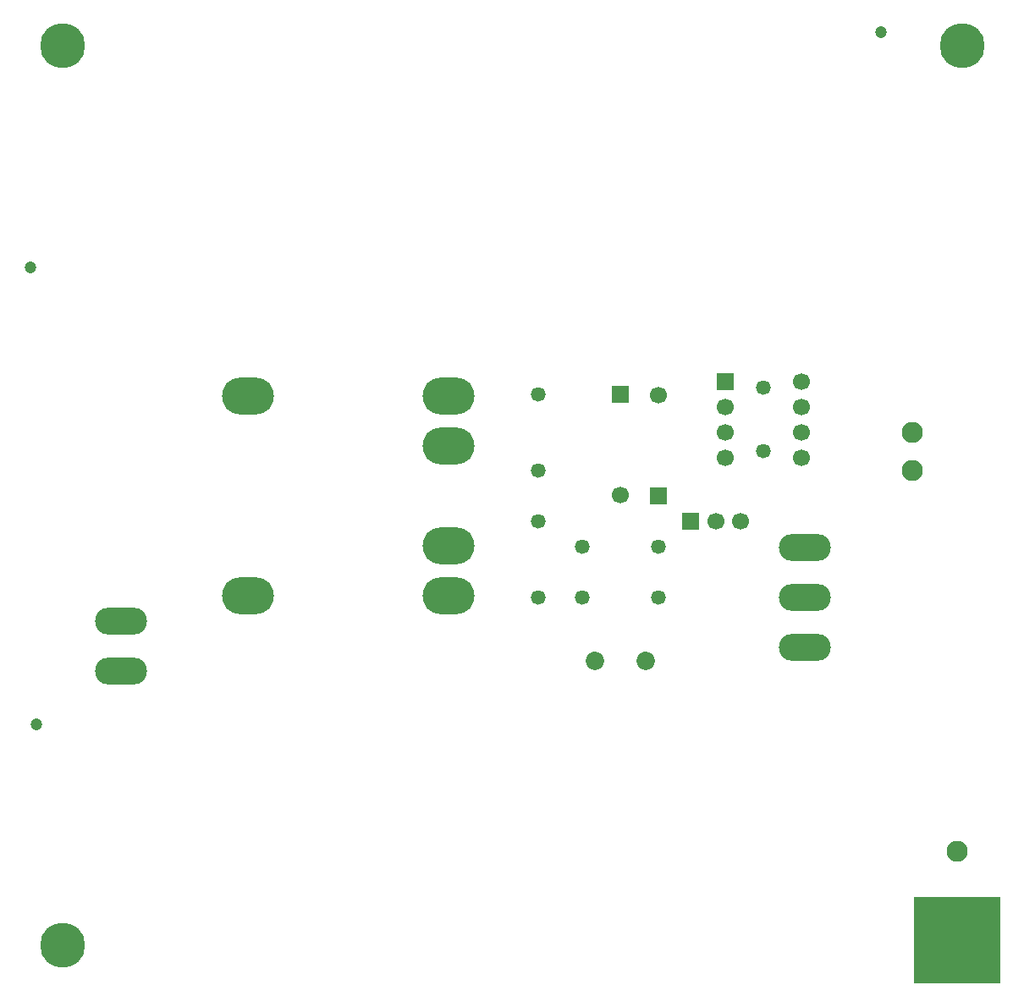
<source format=gbr>
G04 DipTrace 4.3.0.1*
G04 BottomMask.gbr*
%MOMM*%
G04 #@! TF.FileFunction,Soldermask,Bot*
G04 #@! TF.Part,Single*
%ADD31C,4.5*%
%ADD39C,1.7*%
%ADD41R,1.7X1.7*%
%ADD43C,1.2*%
%ADD45C,1.85*%
%ADD47C,2.105*%
%ADD49C,1.47*%
%ADD51C,1.47*%
%ADD53O,5.2X2.7*%
%ADD55O,5.2X3.7*%
%ADD57R,8.6X8.6*%
%FSLAX35Y35*%
G04*
G71*
G90*
G75*
G01*
G04 BotMask*
%LPD*%
D57*
X4445000Y-4445000D3*
D31*
X4500000Y4500000D3*
X-4500000Y-4500000D3*
Y4500000D3*
D55*
X-2646000Y1000000D3*
Y-1000000D3*
X-646000Y1000000D3*
Y500000D3*
Y-500000D3*
Y-1000000D3*
D53*
X-3920500Y-1253500D3*
Y-1753500D3*
D51*
X254000Y1016000D3*
D49*
Y254000D3*
D51*
Y-254000D3*
D49*
Y-1016000D3*
D51*
X698500Y-508000D3*
D49*
X1460500D3*
D51*
X698500Y-1016000D3*
D49*
X1460500D3*
D53*
X2921000D3*
Y-516000D3*
D47*
X4000500Y635000D3*
D45*
X1333500Y-1651000D3*
X825500D3*
D43*
X3683000Y4635500D3*
D41*
X1460500Y0D3*
D39*
Y1010000D3*
D41*
X1079500Y1016000D3*
D39*
Y6000D3*
D47*
X4445000Y-3556000D3*
X4000500Y254000D3*
D41*
X2127250Y1143000D3*
D39*
Y889000D3*
Y635000D3*
Y381000D3*
X2889250D3*
Y635000D3*
Y889000D3*
Y1143000D3*
D51*
X2508250Y1079500D3*
D49*
Y444500D3*
D43*
X-4826000Y2286000D3*
X-4762500Y-2286000D3*
D41*
X1782000Y-254000D3*
D39*
X2032000D3*
X2282000D3*
D53*
X2921000Y-1516000D3*
M02*

</source>
